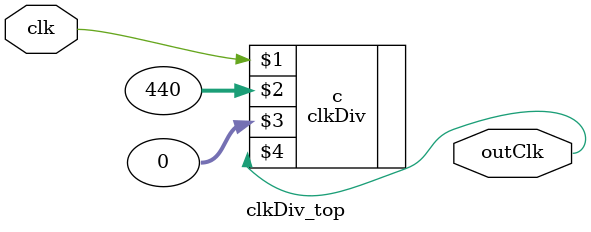
<source format=sv>
module clkDiv_top (
	input clk,
	output outClk
);
	
	clkDiv c(clk, 440, 0, outClk);
	
	
endmodule
</source>
